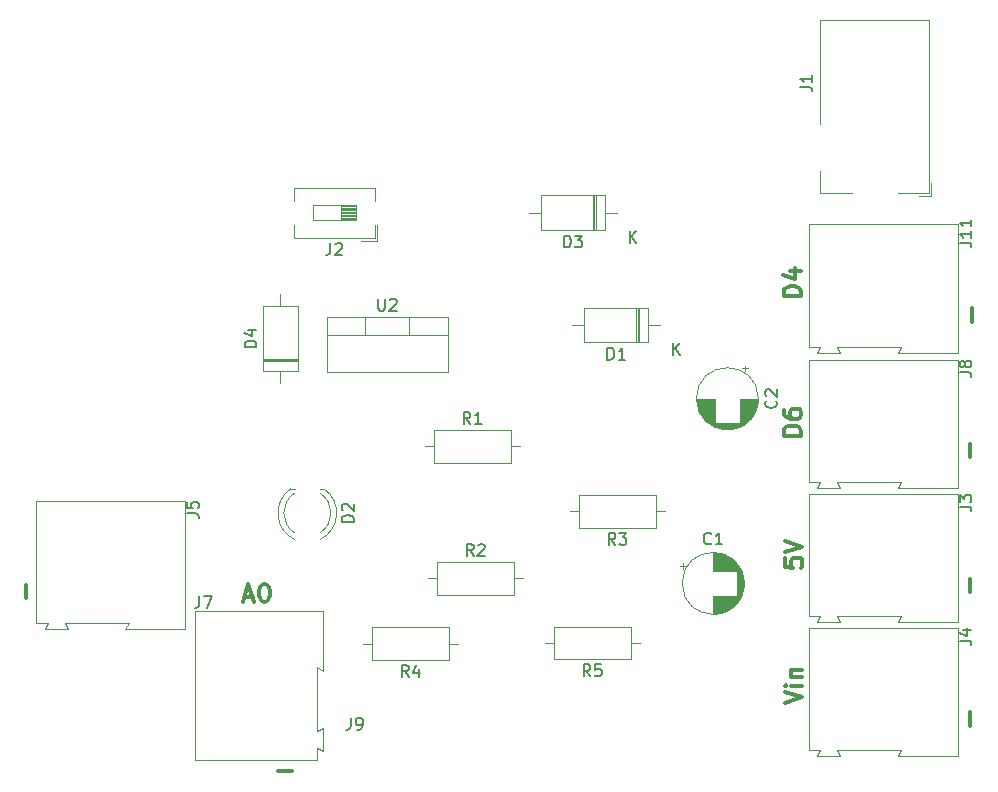
<source format=gbr>
G04 #@! TF.GenerationSoftware,KiCad,Pcbnew,5.0.2-bee76a0~70~ubuntu16.04.1*
G04 #@! TF.CreationDate,2019-09-09T00:06:54-05:00*
G04 #@! TF.ProjectId,sensor_machine,73656e73-6f72-45f6-9d61-6368696e652e,V1*
G04 #@! TF.SameCoordinates,Original*
G04 #@! TF.FileFunction,Legend,Top*
G04 #@! TF.FilePolarity,Positive*
%FSLAX46Y46*%
G04 Gerber Fmt 4.6, Leading zero omitted, Abs format (unit mm)*
G04 Created by KiCad (PCBNEW 5.0.2-bee76a0~70~ubuntu16.04.1) date lun 09 sep 2019 00:06:54 -05*
%MOMM*%
%LPD*%
G01*
G04 APERTURE LIST*
%ADD10C,0.300000*%
%ADD11C,0.120000*%
%ADD12C,0.150000*%
G04 APERTURE END LIST*
D10*
X133743771Y-125189442D02*
X134886628Y-125189442D01*
X112349742Y-110540728D02*
X112349742Y-109397871D01*
X130868871Y-110384400D02*
X131583157Y-110384400D01*
X130726014Y-110812971D02*
X131226014Y-109312971D01*
X131726014Y-110812971D01*
X132511728Y-109312971D02*
X132654585Y-109312971D01*
X132797442Y-109384400D01*
X132868871Y-109455828D01*
X132940300Y-109598685D01*
X133011728Y-109884400D01*
X133011728Y-110241542D01*
X132940300Y-110527257D01*
X132868871Y-110670114D01*
X132797442Y-110741542D01*
X132654585Y-110812971D01*
X132511728Y-110812971D01*
X132368871Y-110741542D01*
X132297442Y-110670114D01*
X132226014Y-110527257D01*
X132154585Y-110241542D01*
X132154585Y-109884400D01*
X132226014Y-109598685D01*
X132297442Y-109455828D01*
X132368871Y-109384400D01*
X132511728Y-109312971D01*
X192499442Y-87121928D02*
X192499442Y-85979071D01*
X192321642Y-98602728D02*
X192321642Y-97459871D01*
X192334342Y-110007328D02*
X192334342Y-108864471D01*
X192296242Y-121323028D02*
X192296242Y-120180171D01*
X176622971Y-119429814D02*
X178122971Y-118929814D01*
X176622971Y-118429814D01*
X178122971Y-117929814D02*
X177122971Y-117929814D01*
X176622971Y-117929814D02*
X176694400Y-118001242D01*
X176765828Y-117929814D01*
X176694400Y-117858385D01*
X176622971Y-117929814D01*
X176765828Y-117929814D01*
X177122971Y-117215528D02*
X178122971Y-117215528D01*
X177265828Y-117215528D02*
X177194400Y-117144100D01*
X177122971Y-117001242D01*
X177122971Y-116786957D01*
X177194400Y-116644100D01*
X177337257Y-116572671D01*
X178122971Y-116572671D01*
X176622971Y-107156214D02*
X176622971Y-107870500D01*
X177337257Y-107941928D01*
X177265828Y-107870500D01*
X177194400Y-107727642D01*
X177194400Y-107370500D01*
X177265828Y-107227642D01*
X177337257Y-107156214D01*
X177480114Y-107084785D01*
X177837257Y-107084785D01*
X177980114Y-107156214D01*
X178051542Y-107227642D01*
X178122971Y-107370500D01*
X178122971Y-107727642D01*
X178051542Y-107870500D01*
X177980114Y-107941928D01*
X176622971Y-106656214D02*
X178122971Y-106156214D01*
X176622971Y-105656214D01*
X178034071Y-96763542D02*
X176534071Y-96763542D01*
X176534071Y-96406400D01*
X176605500Y-96192114D01*
X176748357Y-96049257D01*
X176891214Y-95977828D01*
X177176928Y-95906400D01*
X177391214Y-95906400D01*
X177676928Y-95977828D01*
X177819785Y-96049257D01*
X177962642Y-96192114D01*
X178034071Y-96406400D01*
X178034071Y-96763542D01*
X176534071Y-94620685D02*
X176534071Y-94906400D01*
X176605500Y-95049257D01*
X176676928Y-95120685D01*
X176891214Y-95263542D01*
X177176928Y-95334971D01*
X177748357Y-95334971D01*
X177891214Y-95263542D01*
X177962642Y-95192114D01*
X178034071Y-95049257D01*
X178034071Y-94763542D01*
X177962642Y-94620685D01*
X177891214Y-94549257D01*
X177748357Y-94477828D01*
X177391214Y-94477828D01*
X177248357Y-94549257D01*
X177176928Y-94620685D01*
X177105500Y-94763542D01*
X177105500Y-95049257D01*
X177176928Y-95192114D01*
X177248357Y-95263542D01*
X177391214Y-95334971D01*
X178034071Y-84939842D02*
X176534071Y-84939842D01*
X176534071Y-84582700D01*
X176605500Y-84368414D01*
X176748357Y-84225557D01*
X176891214Y-84154128D01*
X177176928Y-84082700D01*
X177391214Y-84082700D01*
X177676928Y-84154128D01*
X177819785Y-84225557D01*
X177962642Y-84368414D01*
X178034071Y-84582700D01*
X178034071Y-84939842D01*
X177034071Y-82796985D02*
X178034071Y-82796985D01*
X176462642Y-83154128D02*
X177534071Y-83511271D01*
X177534071Y-82582700D01*
D11*
G04 #@! TO.C,J5*
X125870500Y-102290100D02*
X113270500Y-102290100D01*
X113270500Y-102290100D02*
X113270500Y-112640100D01*
X113270500Y-112640100D02*
X114220500Y-112640100D01*
X114220500Y-112640100D02*
X113970500Y-113140100D01*
X113970500Y-113140100D02*
X115870500Y-113140100D01*
X115870500Y-113140100D02*
X115920500Y-113140100D01*
X115920500Y-113140100D02*
X115670500Y-112640100D01*
X115670500Y-112640100D02*
X121070500Y-112640100D01*
X121070500Y-112640100D02*
X120770500Y-113140100D01*
X120770500Y-113140100D02*
X125870500Y-113140100D01*
X125870500Y-113140100D02*
X125870500Y-102290100D01*
G04 #@! TO.C,C1*
X173190400Y-109270800D02*
G75*
G03X173190400Y-109270800I-2620000J0D01*
G01*
X170570400Y-110310800D02*
X170570400Y-111850800D01*
X170570400Y-106690800D02*
X170570400Y-108230800D01*
X170610400Y-110310800D02*
X170610400Y-111850800D01*
X170610400Y-106690800D02*
X170610400Y-108230800D01*
X170650400Y-106691800D02*
X170650400Y-108230800D01*
X170650400Y-110310800D02*
X170650400Y-111849800D01*
X170690400Y-106692800D02*
X170690400Y-108230800D01*
X170690400Y-110310800D02*
X170690400Y-111848800D01*
X170730400Y-106694800D02*
X170730400Y-108230800D01*
X170730400Y-110310800D02*
X170730400Y-111846800D01*
X170770400Y-106697800D02*
X170770400Y-108230800D01*
X170770400Y-110310800D02*
X170770400Y-111843800D01*
X170810400Y-106701800D02*
X170810400Y-108230800D01*
X170810400Y-110310800D02*
X170810400Y-111839800D01*
X170850400Y-106705800D02*
X170850400Y-108230800D01*
X170850400Y-110310800D02*
X170850400Y-111835800D01*
X170890400Y-106709800D02*
X170890400Y-108230800D01*
X170890400Y-110310800D02*
X170890400Y-111831800D01*
X170930400Y-106714800D02*
X170930400Y-108230800D01*
X170930400Y-110310800D02*
X170930400Y-111826800D01*
X170970400Y-106720800D02*
X170970400Y-108230800D01*
X170970400Y-110310800D02*
X170970400Y-111820800D01*
X171010400Y-106727800D02*
X171010400Y-108230800D01*
X171010400Y-110310800D02*
X171010400Y-111813800D01*
X171050400Y-106734800D02*
X171050400Y-108230800D01*
X171050400Y-110310800D02*
X171050400Y-111806800D01*
X171090400Y-106742800D02*
X171090400Y-108230800D01*
X171090400Y-110310800D02*
X171090400Y-111798800D01*
X171130400Y-106750800D02*
X171130400Y-108230800D01*
X171130400Y-110310800D02*
X171130400Y-111790800D01*
X171170400Y-106759800D02*
X171170400Y-108230800D01*
X171170400Y-110310800D02*
X171170400Y-111781800D01*
X171210400Y-106769800D02*
X171210400Y-108230800D01*
X171210400Y-110310800D02*
X171210400Y-111771800D01*
X171250400Y-106779800D02*
X171250400Y-108230800D01*
X171250400Y-110310800D02*
X171250400Y-111761800D01*
X171291400Y-106790800D02*
X171291400Y-108230800D01*
X171291400Y-110310800D02*
X171291400Y-111750800D01*
X171331400Y-106802800D02*
X171331400Y-108230800D01*
X171331400Y-110310800D02*
X171331400Y-111738800D01*
X171371400Y-106815800D02*
X171371400Y-108230800D01*
X171371400Y-110310800D02*
X171371400Y-111725800D01*
X171411400Y-106828800D02*
X171411400Y-108230800D01*
X171411400Y-110310800D02*
X171411400Y-111712800D01*
X171451400Y-106842800D02*
X171451400Y-108230800D01*
X171451400Y-110310800D02*
X171451400Y-111698800D01*
X171491400Y-106856800D02*
X171491400Y-108230800D01*
X171491400Y-110310800D02*
X171491400Y-111684800D01*
X171531400Y-106872800D02*
X171531400Y-108230800D01*
X171531400Y-110310800D02*
X171531400Y-111668800D01*
X171571400Y-106888800D02*
X171571400Y-108230800D01*
X171571400Y-110310800D02*
X171571400Y-111652800D01*
X171611400Y-106905800D02*
X171611400Y-108230800D01*
X171611400Y-110310800D02*
X171611400Y-111635800D01*
X171651400Y-106922800D02*
X171651400Y-108230800D01*
X171651400Y-110310800D02*
X171651400Y-111618800D01*
X171691400Y-106941800D02*
X171691400Y-108230800D01*
X171691400Y-110310800D02*
X171691400Y-111599800D01*
X171731400Y-106960800D02*
X171731400Y-108230800D01*
X171731400Y-110310800D02*
X171731400Y-111580800D01*
X171771400Y-106980800D02*
X171771400Y-108230800D01*
X171771400Y-110310800D02*
X171771400Y-111560800D01*
X171811400Y-107002800D02*
X171811400Y-108230800D01*
X171811400Y-110310800D02*
X171811400Y-111538800D01*
X171851400Y-107023800D02*
X171851400Y-108230800D01*
X171851400Y-110310800D02*
X171851400Y-111517800D01*
X171891400Y-107046800D02*
X171891400Y-108230800D01*
X171891400Y-110310800D02*
X171891400Y-111494800D01*
X171931400Y-107070800D02*
X171931400Y-108230800D01*
X171931400Y-110310800D02*
X171931400Y-111470800D01*
X171971400Y-107095800D02*
X171971400Y-108230800D01*
X171971400Y-110310800D02*
X171971400Y-111445800D01*
X172011400Y-107121800D02*
X172011400Y-108230800D01*
X172011400Y-110310800D02*
X172011400Y-111419800D01*
X172051400Y-107148800D02*
X172051400Y-108230800D01*
X172051400Y-110310800D02*
X172051400Y-111392800D01*
X172091400Y-107175800D02*
X172091400Y-108230800D01*
X172091400Y-110310800D02*
X172091400Y-111365800D01*
X172131400Y-107205800D02*
X172131400Y-108230800D01*
X172131400Y-110310800D02*
X172131400Y-111335800D01*
X172171400Y-107235800D02*
X172171400Y-108230800D01*
X172171400Y-110310800D02*
X172171400Y-111305800D01*
X172211400Y-107266800D02*
X172211400Y-108230800D01*
X172211400Y-110310800D02*
X172211400Y-111274800D01*
X172251400Y-107299800D02*
X172251400Y-108230800D01*
X172251400Y-110310800D02*
X172251400Y-111241800D01*
X172291400Y-107333800D02*
X172291400Y-108230800D01*
X172291400Y-110310800D02*
X172291400Y-111207800D01*
X172331400Y-107369800D02*
X172331400Y-108230800D01*
X172331400Y-110310800D02*
X172331400Y-111171800D01*
X172371400Y-107406800D02*
X172371400Y-108230800D01*
X172371400Y-110310800D02*
X172371400Y-111134800D01*
X172411400Y-107444800D02*
X172411400Y-108230800D01*
X172411400Y-110310800D02*
X172411400Y-111096800D01*
X172451400Y-107485800D02*
X172451400Y-108230800D01*
X172451400Y-110310800D02*
X172451400Y-111055800D01*
X172491400Y-107527800D02*
X172491400Y-108230800D01*
X172491400Y-110310800D02*
X172491400Y-111013800D01*
X172531400Y-107571800D02*
X172531400Y-108230800D01*
X172531400Y-110310800D02*
X172531400Y-110969800D01*
X172571400Y-107617800D02*
X172571400Y-108230800D01*
X172571400Y-110310800D02*
X172571400Y-110923800D01*
X172611400Y-107665800D02*
X172611400Y-110875800D01*
X172651400Y-107716800D02*
X172651400Y-110824800D01*
X172691400Y-107770800D02*
X172691400Y-110770800D01*
X172731400Y-107827800D02*
X172731400Y-110713800D01*
X172771400Y-107887800D02*
X172771400Y-110653800D01*
X172811400Y-107951800D02*
X172811400Y-110589800D01*
X172851400Y-108019800D02*
X172851400Y-110521800D01*
X172891400Y-108092800D02*
X172891400Y-110448800D01*
X172931400Y-108172800D02*
X172931400Y-110368800D01*
X172971400Y-108259800D02*
X172971400Y-110281800D01*
X173011400Y-108355800D02*
X173011400Y-110185800D01*
X173051400Y-108465800D02*
X173051400Y-110075800D01*
X173091400Y-108593800D02*
X173091400Y-109947800D01*
X173131400Y-108752800D02*
X173131400Y-109788800D01*
X173171400Y-108986800D02*
X173171400Y-109554800D01*
X167765625Y-107795800D02*
X168265625Y-107795800D01*
X168015625Y-107545800D02*
X168015625Y-108045800D01*
G04 #@! TO.C,C2*
X173492500Y-91079025D02*
X172992500Y-91079025D01*
X173242500Y-90829025D02*
X173242500Y-91329025D01*
X172051500Y-96234800D02*
X171483500Y-96234800D01*
X172285500Y-96194800D02*
X171249500Y-96194800D01*
X172444500Y-96154800D02*
X171090500Y-96154800D01*
X172572500Y-96114800D02*
X170962500Y-96114800D01*
X172682500Y-96074800D02*
X170852500Y-96074800D01*
X172778500Y-96034800D02*
X170756500Y-96034800D01*
X172865500Y-95994800D02*
X170669500Y-95994800D01*
X172945500Y-95954800D02*
X170589500Y-95954800D01*
X173018500Y-95914800D02*
X170516500Y-95914800D01*
X173086500Y-95874800D02*
X170448500Y-95874800D01*
X173150500Y-95834800D02*
X170384500Y-95834800D01*
X173210500Y-95794800D02*
X170324500Y-95794800D01*
X173267500Y-95754800D02*
X170267500Y-95754800D01*
X173321500Y-95714800D02*
X170213500Y-95714800D01*
X173372500Y-95674800D02*
X170162500Y-95674800D01*
X170727500Y-95634800D02*
X170114500Y-95634800D01*
X173420500Y-95634800D02*
X172807500Y-95634800D01*
X170727500Y-95594800D02*
X170068500Y-95594800D01*
X173466500Y-95594800D02*
X172807500Y-95594800D01*
X170727500Y-95554800D02*
X170024500Y-95554800D01*
X173510500Y-95554800D02*
X172807500Y-95554800D01*
X170727500Y-95514800D02*
X169982500Y-95514800D01*
X173552500Y-95514800D02*
X172807500Y-95514800D01*
X170727500Y-95474800D02*
X169941500Y-95474800D01*
X173593500Y-95474800D02*
X172807500Y-95474800D01*
X170727500Y-95434800D02*
X169903500Y-95434800D01*
X173631500Y-95434800D02*
X172807500Y-95434800D01*
X170727500Y-95394800D02*
X169866500Y-95394800D01*
X173668500Y-95394800D02*
X172807500Y-95394800D01*
X170727500Y-95354800D02*
X169830500Y-95354800D01*
X173704500Y-95354800D02*
X172807500Y-95354800D01*
X170727500Y-95314800D02*
X169796500Y-95314800D01*
X173738500Y-95314800D02*
X172807500Y-95314800D01*
X170727500Y-95274800D02*
X169763500Y-95274800D01*
X173771500Y-95274800D02*
X172807500Y-95274800D01*
X170727500Y-95234800D02*
X169732500Y-95234800D01*
X173802500Y-95234800D02*
X172807500Y-95234800D01*
X170727500Y-95194800D02*
X169702500Y-95194800D01*
X173832500Y-95194800D02*
X172807500Y-95194800D01*
X170727500Y-95154800D02*
X169672500Y-95154800D01*
X173862500Y-95154800D02*
X172807500Y-95154800D01*
X170727500Y-95114800D02*
X169645500Y-95114800D01*
X173889500Y-95114800D02*
X172807500Y-95114800D01*
X170727500Y-95074800D02*
X169618500Y-95074800D01*
X173916500Y-95074800D02*
X172807500Y-95074800D01*
X170727500Y-95034800D02*
X169592500Y-95034800D01*
X173942500Y-95034800D02*
X172807500Y-95034800D01*
X170727500Y-94994800D02*
X169567500Y-94994800D01*
X173967500Y-94994800D02*
X172807500Y-94994800D01*
X170727500Y-94954800D02*
X169543500Y-94954800D01*
X173991500Y-94954800D02*
X172807500Y-94954800D01*
X170727500Y-94914800D02*
X169520500Y-94914800D01*
X174014500Y-94914800D02*
X172807500Y-94914800D01*
X170727500Y-94874800D02*
X169499500Y-94874800D01*
X174035500Y-94874800D02*
X172807500Y-94874800D01*
X170727500Y-94834800D02*
X169477500Y-94834800D01*
X174057500Y-94834800D02*
X172807500Y-94834800D01*
X170727500Y-94794800D02*
X169457500Y-94794800D01*
X174077500Y-94794800D02*
X172807500Y-94794800D01*
X170727500Y-94754800D02*
X169438500Y-94754800D01*
X174096500Y-94754800D02*
X172807500Y-94754800D01*
X170727500Y-94714800D02*
X169419500Y-94714800D01*
X174115500Y-94714800D02*
X172807500Y-94714800D01*
X170727500Y-94674800D02*
X169402500Y-94674800D01*
X174132500Y-94674800D02*
X172807500Y-94674800D01*
X170727500Y-94634800D02*
X169385500Y-94634800D01*
X174149500Y-94634800D02*
X172807500Y-94634800D01*
X170727500Y-94594800D02*
X169369500Y-94594800D01*
X174165500Y-94594800D02*
X172807500Y-94594800D01*
X170727500Y-94554800D02*
X169353500Y-94554800D01*
X174181500Y-94554800D02*
X172807500Y-94554800D01*
X170727500Y-94514800D02*
X169339500Y-94514800D01*
X174195500Y-94514800D02*
X172807500Y-94514800D01*
X170727500Y-94474800D02*
X169325500Y-94474800D01*
X174209500Y-94474800D02*
X172807500Y-94474800D01*
X170727500Y-94434800D02*
X169312500Y-94434800D01*
X174222500Y-94434800D02*
X172807500Y-94434800D01*
X170727500Y-94394800D02*
X169299500Y-94394800D01*
X174235500Y-94394800D02*
X172807500Y-94394800D01*
X170727500Y-94354800D02*
X169287500Y-94354800D01*
X174247500Y-94354800D02*
X172807500Y-94354800D01*
X170727500Y-94313800D02*
X169276500Y-94313800D01*
X174258500Y-94313800D02*
X172807500Y-94313800D01*
X170727500Y-94273800D02*
X169266500Y-94273800D01*
X174268500Y-94273800D02*
X172807500Y-94273800D01*
X170727500Y-94233800D02*
X169256500Y-94233800D01*
X174278500Y-94233800D02*
X172807500Y-94233800D01*
X170727500Y-94193800D02*
X169247500Y-94193800D01*
X174287500Y-94193800D02*
X172807500Y-94193800D01*
X170727500Y-94153800D02*
X169239500Y-94153800D01*
X174295500Y-94153800D02*
X172807500Y-94153800D01*
X170727500Y-94113800D02*
X169231500Y-94113800D01*
X174303500Y-94113800D02*
X172807500Y-94113800D01*
X170727500Y-94073800D02*
X169224500Y-94073800D01*
X174310500Y-94073800D02*
X172807500Y-94073800D01*
X170727500Y-94033800D02*
X169217500Y-94033800D01*
X174317500Y-94033800D02*
X172807500Y-94033800D01*
X170727500Y-93993800D02*
X169211500Y-93993800D01*
X174323500Y-93993800D02*
X172807500Y-93993800D01*
X170727500Y-93953800D02*
X169206500Y-93953800D01*
X174328500Y-93953800D02*
X172807500Y-93953800D01*
X170727500Y-93913800D02*
X169202500Y-93913800D01*
X174332500Y-93913800D02*
X172807500Y-93913800D01*
X170727500Y-93873800D02*
X169198500Y-93873800D01*
X174336500Y-93873800D02*
X172807500Y-93873800D01*
X170727500Y-93833800D02*
X169194500Y-93833800D01*
X174340500Y-93833800D02*
X172807500Y-93833800D01*
X170727500Y-93793800D02*
X169191500Y-93793800D01*
X174343500Y-93793800D02*
X172807500Y-93793800D01*
X170727500Y-93753800D02*
X169189500Y-93753800D01*
X174345500Y-93753800D02*
X172807500Y-93753800D01*
X170727500Y-93713800D02*
X169188500Y-93713800D01*
X174346500Y-93713800D02*
X172807500Y-93713800D01*
X174347500Y-93673800D02*
X172807500Y-93673800D01*
X170727500Y-93673800D02*
X169187500Y-93673800D01*
X174347500Y-93633800D02*
X172807500Y-93633800D01*
X170727500Y-93633800D02*
X169187500Y-93633800D01*
X174387500Y-93633800D02*
G75*
G03X174387500Y-93633800I-2620000J0D01*
G01*
G04 #@! TO.C,D1*
X165076800Y-88871400D02*
X165076800Y-85931400D01*
X165076800Y-85931400D02*
X159636800Y-85931400D01*
X159636800Y-85931400D02*
X159636800Y-88871400D01*
X159636800Y-88871400D02*
X165076800Y-88871400D01*
X166096800Y-87401400D02*
X165076800Y-87401400D01*
X158616800Y-87401400D02*
X159636800Y-87401400D01*
X164176800Y-88871400D02*
X164176800Y-85931400D01*
X164056800Y-88871400D02*
X164056800Y-85931400D01*
X164296800Y-88871400D02*
X164296800Y-85931400D01*
G04 #@! TO.C,D2*
X137288224Y-105557742D02*
G75*
G03X137606249Y-101254500I-1080724J2243242D01*
G01*
X135126776Y-105557742D02*
G75*
G02X134808751Y-101254500I1080724J2243242D01*
G01*
X137288461Y-104997213D02*
G75*
G03X137287500Y-101631170I-1080961J1682713D01*
G01*
X135126539Y-104997213D02*
G75*
G02X135127500Y-101631170I1080961J1682713D01*
G01*
X137606500Y-101254500D02*
X137287500Y-101254500D01*
X135127500Y-101254500D02*
X134808500Y-101254500D01*
G04 #@! TO.C,D3*
X161406500Y-79371800D02*
X161406500Y-76431800D01*
X161406500Y-76431800D02*
X155966500Y-76431800D01*
X155966500Y-76431800D02*
X155966500Y-79371800D01*
X155966500Y-79371800D02*
X161406500Y-79371800D01*
X162426500Y-77901800D02*
X161406500Y-77901800D01*
X154946500Y-77901800D02*
X155966500Y-77901800D01*
X160506500Y-79371800D02*
X160506500Y-76431800D01*
X160386500Y-79371800D02*
X160386500Y-76431800D01*
X160626500Y-79371800D02*
X160626500Y-76431800D01*
G04 #@! TO.C,D4*
X132438800Y-90484400D02*
X135378800Y-90484400D01*
X132438800Y-90244400D02*
X135378800Y-90244400D01*
X132438800Y-90364400D02*
X135378800Y-90364400D01*
X133908800Y-84804400D02*
X133908800Y-85824400D01*
X133908800Y-92284400D02*
X133908800Y-91264400D01*
X132438800Y-85824400D02*
X132438800Y-91264400D01*
X135378800Y-85824400D02*
X132438800Y-85824400D01*
X135378800Y-91264400D02*
X135378800Y-85824400D01*
X132438800Y-91264400D02*
X135378800Y-91264400D01*
G04 #@! TO.C,J1*
X188001600Y-76461800D02*
X189051600Y-76461800D01*
X189051600Y-75411800D02*
X189051600Y-76461800D01*
X179651600Y-70361800D02*
X179651600Y-61561800D01*
X179651600Y-61561800D02*
X188851600Y-61561800D01*
X182351600Y-76261800D02*
X179651600Y-76261800D01*
X179651600Y-76261800D02*
X179651600Y-74361800D01*
X188851600Y-61561800D02*
X188851600Y-76261800D01*
X188851600Y-76261800D02*
X186251600Y-76261800D01*
G04 #@! TO.C,J2*
X141903500Y-80011800D02*
X135082500Y-80011800D01*
X141903500Y-75791800D02*
X135082500Y-75791800D01*
X141903500Y-80011800D02*
X141903500Y-78941800D01*
X141903500Y-76861800D02*
X141903500Y-75791800D01*
X135082500Y-80011800D02*
X135082500Y-78891800D01*
X135082500Y-76911800D02*
X135082500Y-75791800D01*
X142143500Y-80251800D02*
X140760500Y-80251800D01*
X142143500Y-80251800D02*
X142143500Y-78941800D01*
X140303500Y-78536800D02*
X140303500Y-77266800D01*
X140303500Y-77266800D02*
X136683500Y-77266800D01*
X136683500Y-77266800D02*
X136683500Y-78536800D01*
X136683500Y-78536800D02*
X140303500Y-78536800D01*
X140303500Y-78416800D02*
X139096833Y-78416800D01*
X140303500Y-78296800D02*
X139096833Y-78296800D01*
X140303500Y-78176800D02*
X139096833Y-78176800D01*
X140303500Y-78056800D02*
X139096833Y-78056800D01*
X140303500Y-77936800D02*
X139096833Y-77936800D01*
X140303500Y-77816800D02*
X139096833Y-77816800D01*
X140303500Y-77696800D02*
X139096833Y-77696800D01*
X140303500Y-77576800D02*
X139096833Y-77576800D01*
X140303500Y-77456800D02*
X139096833Y-77456800D01*
X140303500Y-77336800D02*
X139096833Y-77336800D01*
X139096833Y-78536800D02*
X139096833Y-77266800D01*
G04 #@! TO.C,J3*
X191288200Y-101718600D02*
X178688200Y-101718600D01*
X178688200Y-101718600D02*
X178688200Y-112068600D01*
X178688200Y-112068600D02*
X179638200Y-112068600D01*
X179638200Y-112068600D02*
X179388200Y-112568600D01*
X179388200Y-112568600D02*
X181288200Y-112568600D01*
X181288200Y-112568600D02*
X181338200Y-112568600D01*
X181338200Y-112568600D02*
X181088200Y-112068600D01*
X181088200Y-112068600D02*
X186488200Y-112068600D01*
X186488200Y-112068600D02*
X186188200Y-112568600D01*
X186188200Y-112568600D02*
X191288200Y-112568600D01*
X191288200Y-112568600D02*
X191288200Y-101718600D01*
G04 #@! TO.C,J4*
X191288200Y-123909700D02*
X191288200Y-113059700D01*
X186188200Y-123909700D02*
X191288200Y-123909700D01*
X186488200Y-123409700D02*
X186188200Y-123909700D01*
X181088200Y-123409700D02*
X186488200Y-123409700D01*
X181338200Y-123909700D02*
X181088200Y-123409700D01*
X181288200Y-123909700D02*
X181338200Y-123909700D01*
X179388200Y-123909700D02*
X181288200Y-123909700D01*
X179638200Y-123409700D02*
X179388200Y-123909700D01*
X178688200Y-123409700D02*
X179638200Y-123409700D01*
X178688200Y-113059700D02*
X178688200Y-123409700D01*
X191288200Y-113059700D02*
X178688200Y-113059700D01*
G04 #@! TO.C,R1*
X146907500Y-96305700D02*
X146907500Y-99045700D01*
X146907500Y-99045700D02*
X153447500Y-99045700D01*
X153447500Y-99045700D02*
X153447500Y-96305700D01*
X153447500Y-96305700D02*
X146907500Y-96305700D01*
X146137500Y-97675700D02*
X146907500Y-97675700D01*
X154217500Y-97675700D02*
X153447500Y-97675700D01*
G04 #@! TO.C,R2*
X154484200Y-108851700D02*
X153714200Y-108851700D01*
X146404200Y-108851700D02*
X147174200Y-108851700D01*
X153714200Y-107481700D02*
X147174200Y-107481700D01*
X153714200Y-110221700D02*
X153714200Y-107481700D01*
X147174200Y-110221700D02*
X153714200Y-110221700D01*
X147174200Y-107481700D02*
X147174200Y-110221700D01*
G04 #@! TO.C,R3*
X165715700Y-104544800D02*
X165715700Y-101804800D01*
X165715700Y-101804800D02*
X159175700Y-101804800D01*
X159175700Y-101804800D02*
X159175700Y-104544800D01*
X159175700Y-104544800D02*
X165715700Y-104544800D01*
X166485700Y-103174800D02*
X165715700Y-103174800D01*
X158405700Y-103174800D02*
X159175700Y-103174800D01*
G04 #@! TO.C,R4*
X148215100Y-115746200D02*
X148215100Y-113006200D01*
X148215100Y-113006200D02*
X141675100Y-113006200D01*
X141675100Y-113006200D02*
X141675100Y-115746200D01*
X141675100Y-115746200D02*
X148215100Y-115746200D01*
X148985100Y-114376200D02*
X148215100Y-114376200D01*
X140905100Y-114376200D02*
X141675100Y-114376200D01*
G04 #@! TO.C,R5*
X156297500Y-114312700D02*
X157067500Y-114312700D01*
X164377500Y-114312700D02*
X163607500Y-114312700D01*
X157067500Y-115682700D02*
X163607500Y-115682700D01*
X157067500Y-112942700D02*
X157067500Y-115682700D01*
X163607500Y-112942700D02*
X157067500Y-112942700D01*
X163607500Y-115682700D02*
X163607500Y-112942700D01*
G04 #@! TO.C,U2*
X137843900Y-86722200D02*
X148083900Y-86722200D01*
X137843900Y-91363200D02*
X148083900Y-91363200D01*
X137843900Y-86722200D02*
X137843900Y-91363200D01*
X148083900Y-86722200D02*
X148083900Y-91363200D01*
X137843900Y-88232200D02*
X148083900Y-88232200D01*
X141113900Y-86722200D02*
X141113900Y-88232200D01*
X144814900Y-86722200D02*
X144814900Y-88232200D01*
G04 #@! TO.C,J7*
X126674100Y-111594100D02*
X126674100Y-124194100D01*
X126674100Y-124194100D02*
X137024100Y-124194100D01*
X137024100Y-124194100D02*
X137024100Y-123244100D01*
X137024100Y-123244100D02*
X137524100Y-123494100D01*
X137524100Y-123494100D02*
X137524100Y-121594100D01*
X137524100Y-121594100D02*
X137524100Y-121544100D01*
X137524100Y-121544100D02*
X137024100Y-121794100D01*
X137024100Y-121794100D02*
X137024100Y-116394100D01*
X137024100Y-116394100D02*
X137524100Y-116694100D01*
X137524100Y-116694100D02*
X137524100Y-111594100D01*
X137524100Y-111594100D02*
X126674100Y-111594100D01*
G04 #@! TO.C,J8*
X191288200Y-101189400D02*
X191288200Y-90339400D01*
X186188200Y-101189400D02*
X191288200Y-101189400D01*
X186488200Y-100689400D02*
X186188200Y-101189400D01*
X181088200Y-100689400D02*
X186488200Y-100689400D01*
X181338200Y-101189400D02*
X181088200Y-100689400D01*
X181288200Y-101189400D02*
X181338200Y-101189400D01*
X179388200Y-101189400D02*
X181288200Y-101189400D01*
X179638200Y-100689400D02*
X179388200Y-101189400D01*
X178688200Y-100689400D02*
X179638200Y-100689400D01*
X178688200Y-90339400D02*
X178688200Y-100689400D01*
X191288200Y-90339400D02*
X178688200Y-90339400D01*
G04 #@! TO.C,J11*
X191288200Y-78884000D02*
X178688200Y-78884000D01*
X178688200Y-78884000D02*
X178688200Y-89234000D01*
X178688200Y-89234000D02*
X179638200Y-89234000D01*
X179638200Y-89234000D02*
X179388200Y-89734000D01*
X179388200Y-89734000D02*
X181288200Y-89734000D01*
X181288200Y-89734000D02*
X181338200Y-89734000D01*
X181338200Y-89734000D02*
X181088200Y-89234000D01*
X181088200Y-89234000D02*
X186488200Y-89234000D01*
X186488200Y-89234000D02*
X186188200Y-89734000D01*
X186188200Y-89734000D02*
X191288200Y-89734000D01*
X191288200Y-89734000D02*
X191288200Y-78884000D01*
G04 #@! TO.C,J5*
D12*
X126012880Y-103353433D02*
X126727166Y-103353433D01*
X126870023Y-103401052D01*
X126965261Y-103496290D01*
X127012880Y-103639147D01*
X127012880Y-103734385D01*
X126012880Y-102401052D02*
X126012880Y-102877242D01*
X126489071Y-102924861D01*
X126441452Y-102877242D01*
X126393833Y-102782004D01*
X126393833Y-102543909D01*
X126441452Y-102448671D01*
X126489071Y-102401052D01*
X126584309Y-102353433D01*
X126822404Y-102353433D01*
X126917642Y-102401052D01*
X126965261Y-102448671D01*
X127012880Y-102543909D01*
X127012880Y-102782004D01*
X126965261Y-102877242D01*
X126917642Y-102924861D01*
G04 #@! TO.C,C1*
X170403733Y-105877942D02*
X170356114Y-105925561D01*
X170213257Y-105973180D01*
X170118019Y-105973180D01*
X169975161Y-105925561D01*
X169879923Y-105830323D01*
X169832304Y-105735085D01*
X169784685Y-105544609D01*
X169784685Y-105401752D01*
X169832304Y-105211276D01*
X169879923Y-105116038D01*
X169975161Y-105020800D01*
X170118019Y-104973180D01*
X170213257Y-104973180D01*
X170356114Y-105020800D01*
X170403733Y-105068419D01*
X171356114Y-105973180D02*
X170784685Y-105973180D01*
X171070400Y-105973180D02*
X171070400Y-104973180D01*
X170975161Y-105116038D01*
X170879923Y-105211276D01*
X170784685Y-105258895D01*
G04 #@! TO.C,C2*
X175874642Y-93800466D02*
X175922261Y-93848085D01*
X175969880Y-93990942D01*
X175969880Y-94086180D01*
X175922261Y-94229038D01*
X175827023Y-94324276D01*
X175731785Y-94371895D01*
X175541309Y-94419514D01*
X175398452Y-94419514D01*
X175207976Y-94371895D01*
X175112738Y-94324276D01*
X175017500Y-94229038D01*
X174969880Y-94086180D01*
X174969880Y-93990942D01*
X175017500Y-93848085D01*
X175065119Y-93800466D01*
X175065119Y-93419514D02*
X175017500Y-93371895D01*
X174969880Y-93276657D01*
X174969880Y-93038561D01*
X175017500Y-92943323D01*
X175065119Y-92895704D01*
X175160357Y-92848085D01*
X175255595Y-92848085D01*
X175398452Y-92895704D01*
X175969880Y-93467133D01*
X175969880Y-92848085D01*
G04 #@! TO.C,D1*
X161618704Y-90323780D02*
X161618704Y-89323780D01*
X161856800Y-89323780D01*
X161999657Y-89371400D01*
X162094895Y-89466638D01*
X162142514Y-89561876D01*
X162190133Y-89752352D01*
X162190133Y-89895209D01*
X162142514Y-90085685D01*
X162094895Y-90180923D01*
X161999657Y-90276161D01*
X161856800Y-90323780D01*
X161618704Y-90323780D01*
X163142514Y-90323780D02*
X162571085Y-90323780D01*
X162856800Y-90323780D02*
X162856800Y-89323780D01*
X162761561Y-89466638D01*
X162666323Y-89561876D01*
X162571085Y-89609495D01*
X167174895Y-89953780D02*
X167174895Y-88953780D01*
X167746323Y-89953780D02*
X167317752Y-89382352D01*
X167746323Y-88953780D02*
X167174895Y-89525209D01*
G04 #@! TO.C,D2*
X140119880Y-104052595D02*
X139119880Y-104052595D01*
X139119880Y-103814500D01*
X139167500Y-103671642D01*
X139262738Y-103576404D01*
X139357976Y-103528785D01*
X139548452Y-103481166D01*
X139691309Y-103481166D01*
X139881785Y-103528785D01*
X139977023Y-103576404D01*
X140072261Y-103671642D01*
X140119880Y-103814500D01*
X140119880Y-104052595D01*
X139215119Y-103100214D02*
X139167500Y-103052595D01*
X139119880Y-102957357D01*
X139119880Y-102719261D01*
X139167500Y-102624023D01*
X139215119Y-102576404D01*
X139310357Y-102528785D01*
X139405595Y-102528785D01*
X139548452Y-102576404D01*
X140119880Y-103147833D01*
X140119880Y-102528785D01*
G04 #@! TO.C,D3*
X157948404Y-80824180D02*
X157948404Y-79824180D01*
X158186500Y-79824180D01*
X158329357Y-79871800D01*
X158424595Y-79967038D01*
X158472214Y-80062276D01*
X158519833Y-80252752D01*
X158519833Y-80395609D01*
X158472214Y-80586085D01*
X158424595Y-80681323D01*
X158329357Y-80776561D01*
X158186500Y-80824180D01*
X157948404Y-80824180D01*
X158853166Y-79824180D02*
X159472214Y-79824180D01*
X159138880Y-80205133D01*
X159281738Y-80205133D01*
X159376976Y-80252752D01*
X159424595Y-80300371D01*
X159472214Y-80395609D01*
X159472214Y-80633704D01*
X159424595Y-80728942D01*
X159376976Y-80776561D01*
X159281738Y-80824180D01*
X158996023Y-80824180D01*
X158900785Y-80776561D01*
X158853166Y-80728942D01*
X163504595Y-80454180D02*
X163504595Y-79454180D01*
X164076023Y-80454180D02*
X163647452Y-79882752D01*
X164076023Y-79454180D02*
X163504595Y-80025609D01*
G04 #@! TO.C,D4*
X131891180Y-89282495D02*
X130891180Y-89282495D01*
X130891180Y-89044400D01*
X130938800Y-88901542D01*
X131034038Y-88806304D01*
X131129276Y-88758685D01*
X131319752Y-88711066D01*
X131462609Y-88711066D01*
X131653085Y-88758685D01*
X131748323Y-88806304D01*
X131843561Y-88901542D01*
X131891180Y-89044400D01*
X131891180Y-89282495D01*
X131224514Y-87853923D02*
X131891180Y-87853923D01*
X130843561Y-88092019D02*
X131557847Y-88330114D01*
X131557847Y-87711066D01*
G04 #@! TO.C,J1*
X177953980Y-67245133D02*
X178668266Y-67245133D01*
X178811123Y-67292752D01*
X178906361Y-67387990D01*
X178953980Y-67530847D01*
X178953980Y-67626085D01*
X178953980Y-66245133D02*
X178953980Y-66816561D01*
X178953980Y-66530847D02*
X177953980Y-66530847D01*
X178096838Y-66626085D01*
X178192076Y-66721323D01*
X178239695Y-66816561D01*
G04 #@! TO.C,J2*
X138160166Y-80464180D02*
X138160166Y-81178466D01*
X138112547Y-81321323D01*
X138017309Y-81416561D01*
X137874452Y-81464180D01*
X137779214Y-81464180D01*
X138588738Y-80559419D02*
X138636357Y-80511800D01*
X138731595Y-80464180D01*
X138969690Y-80464180D01*
X139064928Y-80511800D01*
X139112547Y-80559419D01*
X139160166Y-80654657D01*
X139160166Y-80749895D01*
X139112547Y-80892752D01*
X138541119Y-81464180D01*
X139160166Y-81464180D01*
G04 #@! TO.C,J3*
X191430580Y-102781933D02*
X192144866Y-102781933D01*
X192287723Y-102829552D01*
X192382961Y-102924790D01*
X192430580Y-103067647D01*
X192430580Y-103162885D01*
X191430580Y-102400980D02*
X191430580Y-101781933D01*
X191811533Y-102115266D01*
X191811533Y-101972409D01*
X191859152Y-101877171D01*
X191906771Y-101829552D01*
X192002009Y-101781933D01*
X192240104Y-101781933D01*
X192335342Y-101829552D01*
X192382961Y-101877171D01*
X192430580Y-101972409D01*
X192430580Y-102258123D01*
X192382961Y-102353361D01*
X192335342Y-102400980D01*
G04 #@! TO.C,J4*
X191430580Y-114123033D02*
X192144866Y-114123033D01*
X192287723Y-114170652D01*
X192382961Y-114265890D01*
X192430580Y-114408747D01*
X192430580Y-114503985D01*
X191763914Y-113218271D02*
X192430580Y-113218271D01*
X191382961Y-113456366D02*
X192097247Y-113694461D01*
X192097247Y-113075414D01*
G04 #@! TO.C,R1*
X150010833Y-95758080D02*
X149677500Y-95281890D01*
X149439404Y-95758080D02*
X149439404Y-94758080D01*
X149820357Y-94758080D01*
X149915595Y-94805700D01*
X149963214Y-94853319D01*
X150010833Y-94948557D01*
X150010833Y-95091414D01*
X149963214Y-95186652D01*
X149915595Y-95234271D01*
X149820357Y-95281890D01*
X149439404Y-95281890D01*
X150963214Y-95758080D02*
X150391785Y-95758080D01*
X150677500Y-95758080D02*
X150677500Y-94758080D01*
X150582261Y-94900938D01*
X150487023Y-94996176D01*
X150391785Y-95043795D01*
G04 #@! TO.C,R2*
X150277533Y-106934080D02*
X149944200Y-106457890D01*
X149706104Y-106934080D02*
X149706104Y-105934080D01*
X150087057Y-105934080D01*
X150182295Y-105981700D01*
X150229914Y-106029319D01*
X150277533Y-106124557D01*
X150277533Y-106267414D01*
X150229914Y-106362652D01*
X150182295Y-106410271D01*
X150087057Y-106457890D01*
X149706104Y-106457890D01*
X150658485Y-106029319D02*
X150706104Y-105981700D01*
X150801342Y-105934080D01*
X151039438Y-105934080D01*
X151134676Y-105981700D01*
X151182295Y-106029319D01*
X151229914Y-106124557D01*
X151229914Y-106219795D01*
X151182295Y-106362652D01*
X150610866Y-106934080D01*
X151229914Y-106934080D01*
G04 #@! TO.C,R3*
X162279033Y-105997180D02*
X161945700Y-105520990D01*
X161707604Y-105997180D02*
X161707604Y-104997180D01*
X162088557Y-104997180D01*
X162183795Y-105044800D01*
X162231414Y-105092419D01*
X162279033Y-105187657D01*
X162279033Y-105330514D01*
X162231414Y-105425752D01*
X162183795Y-105473371D01*
X162088557Y-105520990D01*
X161707604Y-105520990D01*
X162612366Y-104997180D02*
X163231414Y-104997180D01*
X162898080Y-105378133D01*
X163040938Y-105378133D01*
X163136176Y-105425752D01*
X163183795Y-105473371D01*
X163231414Y-105568609D01*
X163231414Y-105806704D01*
X163183795Y-105901942D01*
X163136176Y-105949561D01*
X163040938Y-105997180D01*
X162755223Y-105997180D01*
X162659985Y-105949561D01*
X162612366Y-105901942D01*
G04 #@! TO.C,R4*
X144778433Y-117198580D02*
X144445100Y-116722390D01*
X144207004Y-117198580D02*
X144207004Y-116198580D01*
X144587957Y-116198580D01*
X144683195Y-116246200D01*
X144730814Y-116293819D01*
X144778433Y-116389057D01*
X144778433Y-116531914D01*
X144730814Y-116627152D01*
X144683195Y-116674771D01*
X144587957Y-116722390D01*
X144207004Y-116722390D01*
X145635576Y-116531914D02*
X145635576Y-117198580D01*
X145397480Y-116150961D02*
X145159385Y-116865247D01*
X145778433Y-116865247D01*
G04 #@! TO.C,R5*
X160170833Y-117135080D02*
X159837500Y-116658890D01*
X159599404Y-117135080D02*
X159599404Y-116135080D01*
X159980357Y-116135080D01*
X160075595Y-116182700D01*
X160123214Y-116230319D01*
X160170833Y-116325557D01*
X160170833Y-116468414D01*
X160123214Y-116563652D01*
X160075595Y-116611271D01*
X159980357Y-116658890D01*
X159599404Y-116658890D01*
X161075595Y-116135080D02*
X160599404Y-116135080D01*
X160551785Y-116611271D01*
X160599404Y-116563652D01*
X160694642Y-116516033D01*
X160932738Y-116516033D01*
X161027976Y-116563652D01*
X161075595Y-116611271D01*
X161123214Y-116706509D01*
X161123214Y-116944604D01*
X161075595Y-117039842D01*
X161027976Y-117087461D01*
X160932738Y-117135080D01*
X160694642Y-117135080D01*
X160599404Y-117087461D01*
X160551785Y-117039842D01*
G04 #@! TO.C,U2*
X142201995Y-85174580D02*
X142201995Y-85984104D01*
X142249614Y-86079342D01*
X142297233Y-86126961D01*
X142392471Y-86174580D01*
X142582947Y-86174580D01*
X142678185Y-86126961D01*
X142725804Y-86079342D01*
X142773423Y-85984104D01*
X142773423Y-85174580D01*
X143201995Y-85269819D02*
X143249614Y-85222200D01*
X143344852Y-85174580D01*
X143582947Y-85174580D01*
X143678185Y-85222200D01*
X143725804Y-85269819D01*
X143773423Y-85365057D01*
X143773423Y-85460295D01*
X143725804Y-85603152D01*
X143154376Y-86174580D01*
X143773423Y-86174580D01*
G04 #@! TO.C,J7*
X127070766Y-110356480D02*
X127070766Y-111070766D01*
X127023147Y-111213623D01*
X126927909Y-111308861D01*
X126785052Y-111356480D01*
X126689814Y-111356480D01*
X127451719Y-110356480D02*
X128118385Y-110356480D01*
X127689814Y-111356480D01*
G04 #@! TO.C,J8*
X191430580Y-91402733D02*
X192144866Y-91402733D01*
X192287723Y-91450352D01*
X192382961Y-91545590D01*
X192430580Y-91688447D01*
X192430580Y-91783685D01*
X191859152Y-90783685D02*
X191811533Y-90878923D01*
X191763914Y-90926542D01*
X191668676Y-90974161D01*
X191621057Y-90974161D01*
X191525819Y-90926542D01*
X191478200Y-90878923D01*
X191430580Y-90783685D01*
X191430580Y-90593209D01*
X191478200Y-90497971D01*
X191525819Y-90450352D01*
X191621057Y-90402733D01*
X191668676Y-90402733D01*
X191763914Y-90450352D01*
X191811533Y-90497971D01*
X191859152Y-90593209D01*
X191859152Y-90783685D01*
X191906771Y-90878923D01*
X191954390Y-90926542D01*
X192049628Y-90974161D01*
X192240104Y-90974161D01*
X192335342Y-90926542D01*
X192382961Y-90878923D01*
X192430580Y-90783685D01*
X192430580Y-90593209D01*
X192382961Y-90497971D01*
X192335342Y-90450352D01*
X192240104Y-90402733D01*
X192049628Y-90402733D01*
X191954390Y-90450352D01*
X191906771Y-90497971D01*
X191859152Y-90593209D01*
G04 #@! TO.C,J11*
X191430580Y-80423523D02*
X192144866Y-80423523D01*
X192287723Y-80471142D01*
X192382961Y-80566380D01*
X192430580Y-80709238D01*
X192430580Y-80804476D01*
X192430580Y-79423523D02*
X192430580Y-79994952D01*
X192430580Y-79709238D02*
X191430580Y-79709238D01*
X191573438Y-79804476D01*
X191668676Y-79899714D01*
X191716295Y-79994952D01*
X192430580Y-78471142D02*
X192430580Y-79042571D01*
X192430580Y-78756857D02*
X191430580Y-78756857D01*
X191573438Y-78852095D01*
X191668676Y-78947333D01*
X191716295Y-79042571D01*
G04 #@! TO.C,*
G04 #@! TO.C,J9*
X139887366Y-120661180D02*
X139887366Y-121375466D01*
X139839747Y-121518323D01*
X139744509Y-121613561D01*
X139601652Y-121661180D01*
X139506414Y-121661180D01*
X140411176Y-121661180D02*
X140601652Y-121661180D01*
X140696890Y-121613561D01*
X140744509Y-121565942D01*
X140839747Y-121423085D01*
X140887366Y-121232609D01*
X140887366Y-120851657D01*
X140839747Y-120756419D01*
X140792128Y-120708800D01*
X140696890Y-120661180D01*
X140506414Y-120661180D01*
X140411176Y-120708800D01*
X140363557Y-120756419D01*
X140315938Y-120851657D01*
X140315938Y-121089752D01*
X140363557Y-121184990D01*
X140411176Y-121232609D01*
X140506414Y-121280228D01*
X140696890Y-121280228D01*
X140792128Y-121232609D01*
X140839747Y-121184990D01*
X140887366Y-121089752D01*
G04 #@! TD*
M02*

</source>
